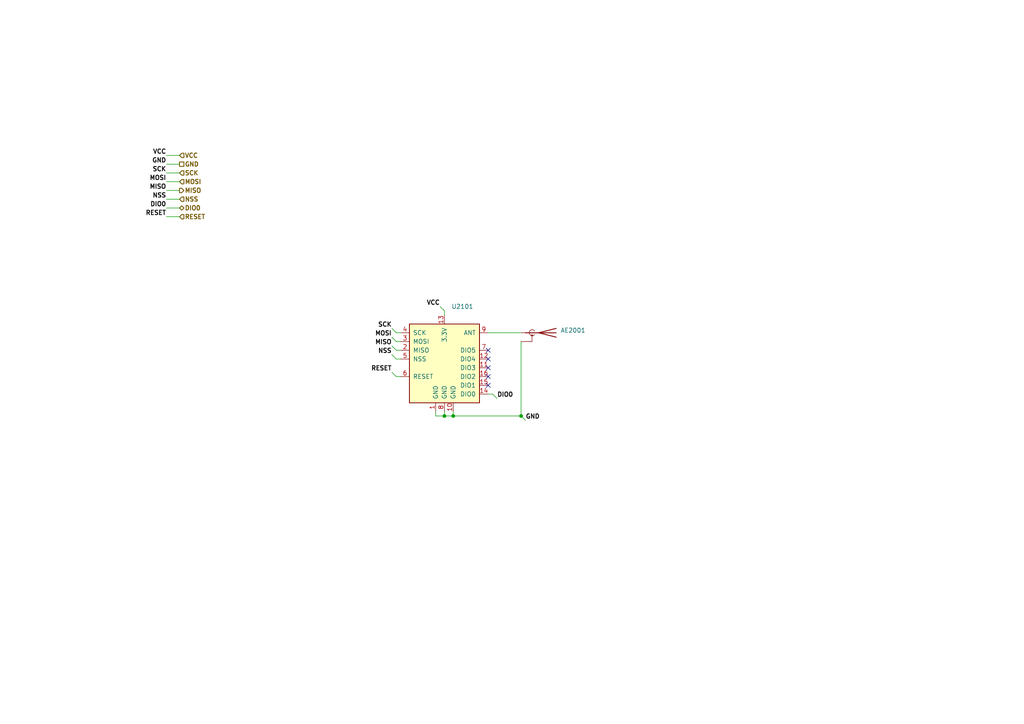
<source format=kicad_sch>
(kicad_sch (version 20211123) (generator eeschema)
  (paper "A4")
  (title_block (title "CanSat 2023") (rev "2022") (company "The Project SkyFall") (comment 1 "David Haisman"))
  (lib_symbols
    (symbol "Device:Antenna_Shield" (pin_numbers hide) (pin_names (offset 1.016) hide)
      (property "Reference" "AE" (at -1.905 4.445 0))
      (property "Value" "Antenna_Shield" (at -1.905 2.54 0))
      (symbol "Antenna_Shield_0_1"
        (arc (start -0.508 -1.143) (mid -0.8429 -2.1194) (end 0 -2.667))
        (arc (start 0 -2.667) (mid 0.7989 -2.1052) (end 0.508 -1.143))
        (polyline (pts (xy 0 -2.54) (xy 0 0)))
        (polyline (pts (xy 0 5.08) (xy 0 -3.81)) (stroke (width 0.254)))
        (polyline (pts (xy 0.762 -1.905) (xy 2.54 -1.905)))
        (polyline (pts (xy 2.54 -2.54) (xy 2.54 -1.905)))
        (polyline (pts (xy 1.27 5.08) (xy 0 0) (xy -1.27 5.08)) (stroke (width 0.254)))
        (circle (center 0.762 -1.905) (radius 0.1778) (fill (type outline)))
      )
      (symbol "Antenna_Shield_1_1"
        (pin input line (at 0 -5.08 90) (length 2.54) (name "A") (number "1"))
        (pin input line (at 2.54 -5.08 90) (length 2.54) (name "Shield") (number "2"))
      )
    )
    (symbol "RF_Module:RFM96W-433S2" (pin_names (offset 1.016))
      (property "Reference" "U" (at -10.414 11.684 0))
      (property "Value" "RFM96W-433S2" (at 1.524 11.43 0))
      (symbol "RFM96W-433S2_0_1"
        (rectangle (start -10.16 10.16) (end 10.16 -12.7) (stroke (width 0.254)) (fill (type background)))
      )
      (symbol "RFM96W-433S2_1_1"
        (pin power_in line (at -2.54 -15.24 90) (length 2.54) (name "GND") (number "1"))
        (pin power_in line (at 2.54 -15.24 90) (length 2.54) (name "GND") (number "10"))
        (pin bidirectional line (at 12.7 -2.54 180) (length 2.54) (name "DIO3") (number "11"))
        (pin bidirectional line (at 12.7 0 180) (length 2.54) (name "DIO4") (number "12"))
        (pin power_in line (at 0 12.7 270) (length 2.54) (name "3.3V") (number "13"))
        (pin bidirectional line (at 12.7 -10.16 180) (length 2.54) (name "DIO0") (number "14"))
        (pin bidirectional line (at 12.7 -7.62 180) (length 2.54) (name "DIO1") (number "15"))
        (pin bidirectional line (at 12.7 -5.08 180) (length 2.54) (name "DIO2") (number "16"))
        (pin output line (at -12.7 2.54 0) (length 2.54) (name "MISO") (number "2"))
        (pin input line (at -12.7 5.08 0) (length 2.54) (name "MOSI") (number "3"))
        (pin input line (at -12.7 7.62 0) (length 2.54) (name "SCK") (number "4"))
        (pin input line (at -12.7 0 0) (length 2.54) (name "NSS") (number "5"))
        (pin bidirectional line (at -12.7 -5.08 0) (length 2.54) (name "RESET") (number "6"))
        (pin bidirectional line (at 12.7 2.54 180) (length 2.54) (name "DIO5") (number "7"))
        (pin power_in line (at 0 -15.24 90) (length 2.54) (name "GND") (number "8"))
        (pin bidirectional line (at 12.7 7.62 180) (length 2.54) (name "ANT") (number "9"))
      )
    )
  )
  (junction (at 131.445 120.65))
  (junction (at 128.905 120.65))
  (junction (at 151.13 120.65))
  (no_connect (at 141.605 111.76))
  (no_connect (at 141.605 109.22))
  (no_connect (at 141.605 106.68))
  (no_connect (at 141.605 104.14))
  (no_connect (at 141.605 101.6))
  (wire (pts (xy 128.905 90.17) (xy 127.635 88.9)))
  (wire (pts (xy 151.13 99.06) (xy 151.13 120.65)))
  (wire (pts (xy 128.905 91.44) (xy 128.905 90.17)))
  (wire (pts (xy 116.205 101.6) (xy 114.935 101.6)))
  (wire (pts (xy 52.07 62.865) (xy 48.26 62.865)))
  (wire (pts (xy 114.935 104.14) (xy 113.665 102.87)))
  (wire (pts (xy 114.935 99.06) (xy 113.665 97.79)))
  (wire (pts (xy 114.935 96.52) (xy 113.665 95.25)))
  (wire (pts (xy 52.07 52.705) (xy 48.26 52.705)))
  (wire (pts (xy 114.935 101.6) (xy 113.665 100.33)))
  (wire (pts (xy 48.26 55.245) (xy 52.07 55.245)))
  (wire (pts (xy 116.205 109.22) (xy 114.935 109.22)))
  (wire (pts (xy 116.205 99.06) (xy 114.935 99.06)))
  (wire (pts (xy 48.26 45.085) (xy 52.07 45.085)))
  (wire (pts (xy 142.875 114.3) (xy 144.145 115.57)))
  (wire (pts (xy 116.205 104.14) (xy 114.935 104.14)))
  (wire (pts (xy 48.26 50.165) (xy 52.07 50.165)))
  (wire (pts (xy 52.07 57.785) (xy 48.26 57.785)))
  (wire (pts (xy 151.13 120.65) (xy 152.4 121.92)))
  (wire (pts (xy 141.605 96.52) (xy 151.13 96.52)))
  (wire (pts (xy 141.605 114.3) (xy 142.875 114.3)))
  (wire (pts (xy 151.13 120.65) (xy 131.445 120.65)))
  (wire (pts (xy 48.26 60.325) (xy 52.07 60.325)))
  (wire (pts (xy 114.935 109.22) (xy 113.665 107.95)))
  (wire (pts (xy 131.445 120.65) (xy 131.445 119.38)))
  (wire (pts (xy 128.905 120.65) (xy 131.445 120.65)))
  (wire (pts (xy 116.205 96.52) (xy 114.935 96.52)))
  (wire (pts (xy 128.905 119.38) (xy 128.905 120.65)))
  (wire (pts (xy 52.07 47.625) (xy 48.26 47.625)))
  (wire (pts (xy 126.365 120.65) (xy 128.905 120.65)))
  (wire (pts (xy 126.365 119.38) (xy 126.365 120.65)))
  (label "SCK" (at 113.665 95.25 180) (effects (font bold)))
  (label "DIO0" (at 48.26 60.325 180) (effects (font bold)))
  (label "GND" (at 48.26 47.625 180) (effects (font bold)))
  (label "MOSI" (at 113.665 97.79 180) (effects (font bold)))
  (label "MOSI" (at 48.26 52.705 180) (effects (font bold)))
  (label "DIO0" (at 144.145 115.57 0) (effects (font bold)))
  (label "VCC" (at 127.635 88.9 180) (effects (font bold)))
  (label "NSS" (at 113.665 102.87 180) (effects (font bold)))
  (label "MISO" (at 48.26 55.245 180) (effects (font bold)))
  (label "NSS" (at 48.26 57.785 180) (effects (font bold)))
  (label "GND" (at 152.4 121.92 0) (effects (font bold)))
  (label "SCK" (at 48.26 50.165 180) (effects (font bold)))
  (label "RESET" (at 113.665 107.95 180) (effects (font bold)))
  (label "MISO" (at 113.665 100.33 180) (effects (font bold)))
  (label "VCC" (at 48.26 45.085 180) (effects (font bold)))
  (label "RESET" (at 48.26 62.865 180) (effects (font bold)))
  (hierarchical_label "GND" (shape passive) (at 52.07 47.625 0) (effects (font bold)))
  (hierarchical_label "NSS" (shape input) (at 52.07 57.785 0) (effects (font bold)))
  (hierarchical_label "VCC" (shape input) (at 52.07 45.085 0) (effects (font bold)))
  (hierarchical_label "MOSI" (shape input) (at 52.07 52.705 0) (effects (font bold)))
  (hierarchical_label "MISO" (shape output) (at 52.07 55.245 0) (effects (font bold)))
  (hierarchical_label "RESET" (shape input) (at 52.07 62.865 0) (effects (font bold)))
  (hierarchical_label "SCK" (shape input) (at 52.07 50.165 0) (effects (font bold)))
  (hierarchical_label "DIO0" (shape bidirectional) (at 52.07 60.325 0) (effects (font bold)))
  (symbol (lib_id "RF_Module:RFM96W-433S2") (at 128.905 104.14 0) (unit 1)
    (property "Reference" "U2101" (at 130.9244 88.9 0) (effects (justify left)))
    (property "Datasheet" "https://www.hoperf.com/data/upload/portal/20181127/5bfcc0ac60235.pdf" (effects hide))
  )
  (symbol (lib_id "Device:Antenna_Shield") (at 156.21 96.52 270) (unit 1)
    (property "Reference" "AE2001" (at 162.56 95.8214 90) (effects (justify left)))
  )
)
</source>
